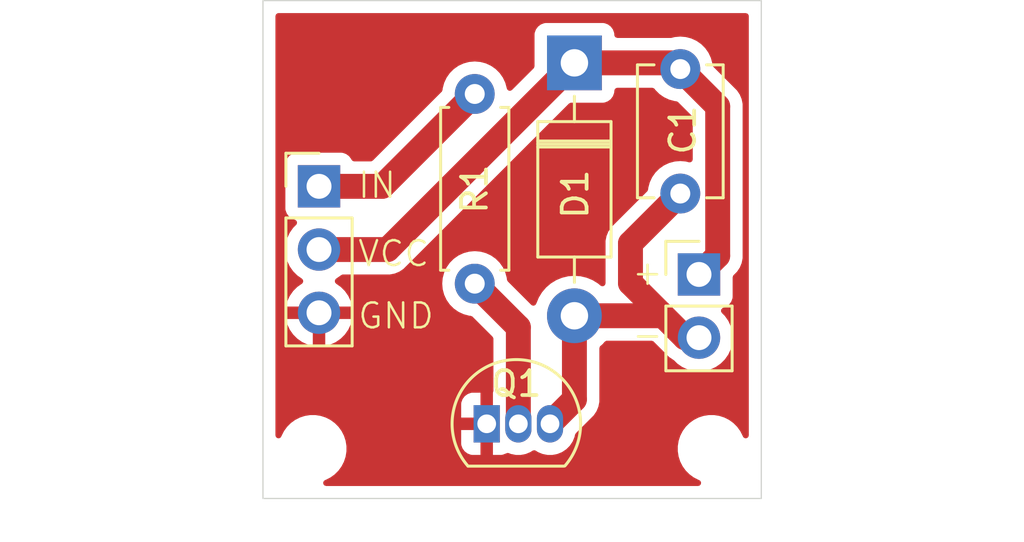
<source format=kicad_pcb>
(kicad_pcb (version 20240108) (generator "pcbnew") (generator_version "8.0")
  (layers (0 "F.Cu" signal) (31 "B.Cu" signal) (34 "B.Paste" user) (35 "F.Paste" user) (36 "B.SilkS" user "B.Silkscreen") (37 "F.SilkS" user "F.Silkscreen") (38 "B.Mask" user) (39 "F.Mask" user) (44 "Edge.Cuts" user))
  (net 0 "")
  (net 1 "Net-(D1-A)")
  (net 2 "VCC")
  (net 3 "GND")
  (net 4 "/IN")
  (net 5 "Net-(Q1-B)")
  (footprint "Capacitor_THT:C_Disc_D5.1mm_W3.2mm_P5.00mm" (layer "F.Cu") (at 156.75 82.75 -90)
    (property "Reference" "C1" (at 2.4502 -0.1008 90) (layer "F.SilkS"))
    (property "Value" "C")
    (fp_line (start -0.17 1.721) (end 5.17 1.721) (stroke (width 0.12)) (layer "F.SilkS"))
    (fp_line (start -0.17 1.055) (end -0.17 1.721) (stroke (width 0.12)) (layer "F.SilkS"))
    (fp_line (start 5.17 1.055) (end 5.17 1.721) (stroke (width 0.12)) (layer "F.SilkS"))
    (fp_line (start -0.17 -1.721) (end -0.17 -1.055) (stroke (width 0.12)) (layer "F.SilkS"))
    (fp_line (start -0.17 -1.721) (end 5.17 -1.721) (stroke (width 0.12)) (layer "F.SilkS"))
    (fp_line (start 5.17 -1.721) (end 5.17 -1.055) (stroke (width 0.12)) (layer "F.SilkS"))
    (pad "1" thru_hole circle (at 0 0 270) (size 1.6 1.6) (drill 0.8) (layers "*.Cu" "*.Mask") (net 2 "VCC"))
    (pad "2" thru_hole circle (at 5 0 270) (size 1.6 1.6) (drill 0.8) (layers "*.Cu" "*.Mask") (net 1 "Net-(D1-A)"))
  )
  (footprint "Diode_THT:D_DO-41_SOD81_P10.16mm_Horizontal" (layer "F.Cu") (at 152.5 82.5 -90)
    (property "Reference" "D1" (at 5.2744 -0.0344 90) (layer "F.SilkS"))
    (property "Value" "1N4001")
    (fp_line (start 2.36 1.47) (end 7.8 1.47) (stroke (width 0.12)) (layer "F.SilkS"))
    (fp_line (start 7.8 1.47) (end 7.8 -1.47) (stroke (width 0.12)) (layer "F.SilkS"))
    (fp_line (start 1.34 0) (end 2.36 0) (stroke (width 0.12)) (layer "F.SilkS"))
    (fp_line (start 8.82 0) (end 7.8 0) (stroke (width 0.12)) (layer "F.SilkS"))
    (fp_line (start 2.36 -1.47) (end 2.36 1.47) (stroke (width 0.12)) (layer "F.SilkS"))
    (fp_line (start 3.14 -1.47) (end 3.14 1.47) (stroke (width 0.12)) (layer "F.SilkS"))
    (fp_line (start 3.26 -1.47) (end 3.26 1.47) (stroke (width 0.12)) (layer "F.SilkS"))
    (fp_line (start 3.38 -1.47) (end 3.38 1.47) (stroke (width 0.12)) (layer "F.SilkS"))
    (fp_line (start 7.8 -1.47) (end 2.36 -1.47) (stroke (width 0.12)) (layer "F.SilkS"))
    (pad "1" thru_hole rect (at 0 0 270) (size 2.2 2.2) (drill 1.1) (layers "*.Cu" "*.Mask") (net 2 "VCC"))
    (pad "2" thru_hole oval (at 10.16 0 270) (size 2.2 2.2) (drill 1.1) (layers "*.Cu" "*.Mask") (net 1 "Net-(D1-A)"))
  )
  (footprint "Resistor_THT:R_Axial_DIN0207_L6.3mm_D2.5mm_P7.62mm_Horizontal" (layer "F.Cu") (at 148.5 83.75 -90)
    (property "Reference" "R1" (at 3.8218 0.0066 90) (layer "F.SilkS"))
    (property "Value" "R")
    (fp_line (start 0.54 1.37) (end 7.08 1.37) (stroke (width 0.12)) (layer "F.SilkS"))
    (fp_line (start 7.08 1.37) (end 7.08 1.04) (stroke (width 0.12)) (layer "F.SilkS"))
    (fp_line (start 0.54 1.04) (end 0.54 1.37) (stroke (width 0.12)) (layer "F.SilkS"))
    (fp_line (start 0.54 -1.04) (end 0.54 -1.37) (stroke (width 0.12)) (layer "F.SilkS"))
    (fp_line (start 0.54 -1.37) (end 7.08 -1.37) (stroke (width 0.12)) (layer "F.SilkS"))
    (fp_line (start 7.08 -1.37) (end 7.08 -1.04) (stroke (width 0.12)) (layer "F.SilkS"))
    (pad "1" thru_hole circle (at 0 0 270) (size 1.6 1.6) (drill 0.8) (layers "*.Cu" "*.Mask") (net 4 "/IN"))
    (pad "2" thru_hole oval (at 7.62 0 270) (size 1.6 1.6) (drill 0.8) (layers "*.Cu" "*.Mask") (net 5 "Net-(Q1-B)"))
  )
  (footprint "Connector_PinHeader_2.54mm:PinHeader_1x02_P2.54mm_Vertical" (layer "F.Cu") (at 157.5 91)
    (property "Reference" "M1" (hide yes))
    (property "Value" "Motor_DC")
    (fp_line (start -1.33 -1.33) (end 0 -1.33) (stroke (width 0.12)) (layer "F.SilkS"))
    (fp_line (start -1.33 0) (end -1.33 -1.33) (stroke (width 0.12)) (layer "F.SilkS"))
    (fp_line (start -1.33 1.27) (end -1.33 3.87) (stroke (width 0.12)) (layer "F.SilkS"))
    (fp_line (start -1.33 1.27) (end 1.33 1.27) (stroke (width 0.12)) (layer "F.SilkS"))
    (fp_line (start -1.33 3.87) (end 1.33 3.87) (stroke (width 0.12)) (layer "F.SilkS"))
    (fp_line (start 1.33 1.27) (end 1.33 3.87) (stroke (width 0.12)) (layer "F.SilkS"))
    (pad "1" thru_hole rect (at 0 0) (size 1.7 1.7) (drill 1) (layers "*.Cu" "*.Mask") (net 2 "VCC"))
    (pad "2" thru_hole oval (at 0 2.54) (size 1.7 1.7) (drill 1) (layers "*.Cu" "*.Mask") (net 1 "Net-(D1-A)"))
  )
  (footprint "Package_TO_SOT_THT:TO-92L_Inline" (layer "F.Cu") (at 148.98 97)
    (property "Reference" "Q1" (at 1.1882 -1.6106 0) (layer "F.SilkS"))
    (property "Value" "2N2219")
    (fp_line (start -0.75 1.7) (end 3.1 1.7) (stroke (width 0.12)) (layer "F.SilkS"))
    (fp_arc (start -0.75 1.7) (mid 1.183448 -2.579449) (end 3.138611 1.690122) (stroke (width 0.12)) (layer "F.SilkS"))
    (pad "1" thru_hole rect (at 0 0) (size 1.05 1.5) (drill 0.75) (layers "*.Cu" "*.Mask") (net 3 "GND"))
    (pad "2" thru_hole oval (at 1.27 0) (size 1.05 1.5) (drill 0.75) (layers "*.Cu" "*.Mask") (net 5 "Net-(Q1-B)"))
    (pad "3" thru_hole oval (at 2.54 0) (size 1.05 1.5) (drill 0.75) (layers "*.Cu" "*.Mask") (net 1 "Net-(D1-A)"))
  )
  (footprint "Connector_PinHeader_2.54mm:PinHeader_1x03_P2.54mm_Vertical" (layer "F.Cu") (at 142.25 87.46)
    (property "Reference" "J1" (hide yes))
    (property "Value" "Conn_01x03")
    (fp_line (start -1.33 -1.33) (end 0 -1.33) (stroke (width 0.12)) (layer "F.SilkS"))
    (fp_line (start -1.33 0) (end -1.33 -1.33) (stroke (width 0.12)) (layer "F.SilkS"))
    (fp_line (start -1.33 1.27) (end -1.33 6.41) (stroke (width 0.12)) (layer "F.SilkS"))
    (fp_line (start -1.33 1.27) (end 1.33 1.27) (stroke (width 0.12)) (layer "F.SilkS"))
    (fp_line (start -1.33 6.41) (end 1.33 6.41) (stroke (width 0.12)) (layer "F.SilkS"))
    (fp_line (start 1.33 1.27) (end 1.33 6.41) (stroke (width 0.12)) (layer "F.SilkS"))
    (pad "1" thru_hole rect (at 0 0) (size 1.7 1.7) (drill 1) (layers "*.Cu" "*.Mask") (net 4 "/IN"))
    (pad "2" thru_hole oval (at 0 2.54) (size 1.7 1.7) (drill 1) (layers "*.Cu" "*.Mask") (net 2 "VCC"))
    (pad "3" thru_hole oval (at 0 5.08) (size 1.7 1.7) (drill 1) (layers "*.Cu" "*.Mask") (net 3 "GND"))
  )
  (footprint "MountingHole:MountingHole_2.2mm_M2_DIN965" (layer "F.Cu") (at 142 98)
    (property "Reference" "REF1" (hide yes))
    (property "Value" "MountingHole_2.2mm_M2_DIN965")
    (pad "" np_thru_hole circle (at 0 0) (size 2.2 2.2) (drill 2.2) (layers "*.Cu" "*.Mask"))
  )
  (footprint "MountingHole:MountingHole_2.2mm_M2_DIN965" (layer "F.Cu") (at 158 98)
    (property "Reference" "REF2" (hide yes))
    (property "Value" "MountingHole_2.2mm_M2_DIN965")
    (pad "" np_thru_hole circle (at 0 0) (size 2.2 2.2) (drill 2.2) (layers "*.Cu" "*.Mask"))
  )
  (gr_rect (start 140 80) (end 160 100) (stroke (width 0.05)) (fill none) (layer "Edge.Cuts"))
  (gr_text "VCC" (at 143.75 90.75 0) (layer "F.SilkS") (effects (font (size 1 1) (thickness 0.1)) (justify left bottom)))
  (gr_text "GND" (at 143.75 93.25 0) (layer "F.SilkS") (effects (font (size 1 1) (thickness 0.1)) (justify left bottom)))
  (gr_text "IN" (at 143.75 88 0) (layer "F.SilkS") (effects (font (size 1 1) (thickness 0.1)) (justify left bottom)))
  (gr_text "-" (at 154.75 94 0) (layer "F.SilkS") (effects (font (size 1 1) (thickness 0.1)) (justify left bottom)))
  (gr_text "+" (at 154.75 91.5 0) (layer "F.SilkS") (effects (font (size 1 1) (thickness 0.1)) (justify left bottom)))
  (segment (start 156.75 87.75) (end 154.75 89.75) (width 1) (layer "F.Cu") (net 1))
  (segment (start 152.5 92.66) (end 155.84 92.66) (width 1) (layer "F.Cu") (net 1))
  (segment (start 156.94 93.54) (end 157.5 93.54) (width 1) (layer "F.Cu") (net 1))
  (segment (start 154.75 89.75) (end 154.75 91.35) (width 1) (layer "F.Cu") (net 1))
  (segment (start 152.5 96.02) (end 151.52 97) (width 1) (layer "F.Cu") (net 1))
  (segment (start 155.95 92.55) (end 156.94 93.54) (width 1) (layer "F.Cu") (net 1))
  (segment (start 152.5 92.66) (end 152.5 96.02) (width 1) (layer "F.Cu") (net 1))
  (segment (start 154.75 91.35) (end 155.95 92.55) (width 1) (layer "F.Cu") (net 1))
  (segment (start 155.84 92.66) (end 155.95 92.55) (width 1) (layer "F.Cu") (net 1))
  (segment (start 158.25 90.25) (end 157.5 91) (width 1) (layer "F.Cu") (net 2))
  (segment (start 156.5 82.5) (end 156.75 82.75) (width 1) (layer "F.Cu") (net 2))
  (segment (start 145 90) (end 152.5 82.5) (width 1) (layer "F.Cu") (net 2))
  (segment (start 142.25 90) (end 145 90) (width 1) (layer "F.Cu") (net 2))
  (segment (start 152.5 82.5) (end 156.5 82.5) (width 1) (layer "F.Cu") (net 2))
  (segment (start 158.25 84.25) (end 158.25 90.25) (width 1) (layer "F.Cu") (net 2))
  (segment (start 156.75 82.75) (end 158.25 84.25) (width 1) (layer "F.Cu") (net 2))
  (segment (start 144.79 87.46) (end 148.5 83.75) (width 1) (layer "F.Cu") (net 4))
  (segment (start 142.25 87.46) (end 144.79 87.46) (width 1) (layer "F.Cu") (net 4))
  (segment (start 150.25 93.12) (end 148.5 91.37) (width 1) (layer "F.Cu") (net 5))
  (segment (start 150.25 97) (end 150.25 93.12) (width 1) (layer "F.Cu") (net 5))
  (zone (net 3) (net_name "GND") (layer "F.Cu") (connect_pads (clearance 0.5)) (min_thickness 0.25) (fill yes (thermal_gap 0.5) (thermal_bridge_width 0.5))
    (polygon (pts (xy 140 80) (xy 160 80) (xy 160 100) (xy 140 100)))
  )
)
</source>
